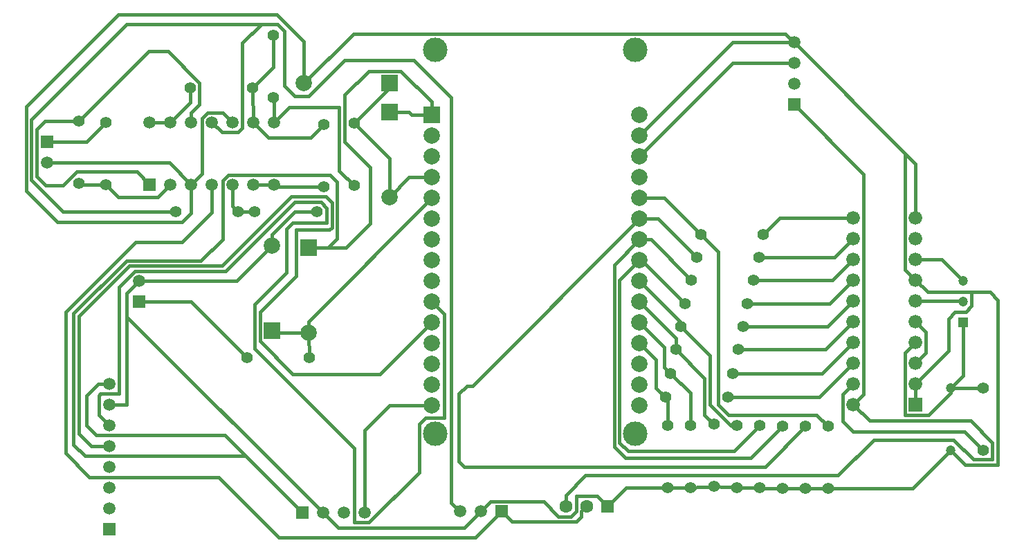
<source format=gbl>
%FSTAX23Y23*%
%MOIN*%
%SFA1B1*%

%IPPOS*%
%ADD10C,0.059055*%
%ADD11R,0.059055X0.059055*%
%ADD12R,0.078740X0.078740*%
%ADD13C,0.078740*%
%ADD14R,0.078740X0.078740*%
%ADD15C,0.055118*%
%ADD16C,0.066000*%
%ADD17R,0.066000X0.066000*%
%ADD18C,0.047244*%
%ADD19R,0.047244X0.047244*%
%ADD20R,0.062992X0.062992*%
%ADD21C,0.062992*%
%ADD22C,0.118110*%
%ADD23R,0.059055X0.059055*%
%ADD24C,0.015748*%
%LNmicro-1*%
%LPD*%
G54D10*
X04715Y-0307D03*
Y-0317D03*
Y-0327D03*
X0221Y-03455D03*
X0211D03*
X0201D03*
X0191D03*
X0181D03*
X0171D03*
X0161D03*
X0221Y-03755D03*
X0211D03*
X0201D03*
X0191D03*
X0181D03*
X0171D03*
X01115Y-0365D03*
X02645Y-05335D03*
X02545D03*
X02445D03*
X01415Y-05315D03*
Y-05215D03*
Y-05115D03*
Y-05015D03*
Y-04915D03*
Y-04815D03*
Y-04715D03*
X0156Y-0422D03*
X03205Y-0533D03*
X03105D03*
G54D11*
X04715Y-0337D03*
X0161Y-03755D03*
X01115Y-0355D03*
X01415Y-05415D03*
X0156Y-0432D03*
G54D12*
X022Y-0446D03*
X02765Y-03404D03*
X02375Y-04059D03*
G54D13*
X02375Y-0447D03*
X02765Y-03815D03*
X0397Y-0432D03*
X0297Y-0372D03*
X0397Y-0412D03*
X0297Y-0382D03*
X02354Y-03265D03*
X0297Y-0352D03*
Y-0362D03*
Y-0392D03*
Y-0402D03*
Y-0412D03*
Y-0422D03*
Y-0432D03*
Y-0442D03*
Y-0452D03*
Y-0462D03*
Y-0472D03*
Y-0482D03*
X0397Y-0342D03*
Y-0352D03*
Y-0362D03*
Y-0372D03*
Y-0382D03*
Y-0392D03*
Y-0402D03*
Y-0422D03*
Y-0442D03*
Y-0452D03*
Y-0462D03*
Y-0472D03*
Y-0482D03*
X022Y-04049D03*
G54D14*
X02765Y-03265D03*
X0297Y-0342D03*
G54D15*
X0238Y-0459D03*
X02595Y-0346D03*
X04145Y-0455D03*
X0433Y-0491D03*
X0419Y-0433D03*
X0455Y-04915D03*
X0488Y-0522D03*
Y-0492D03*
X0477Y-0522D03*
Y-0492D03*
X0466Y-0522D03*
Y-0492D03*
X0455Y-05215D03*
X0444D03*
Y-04915D03*
X0433Y-0521D03*
X04215Y-05215D03*
Y-04915D03*
X04105Y-05215D03*
Y-04915D03*
X04265Y-03995D03*
X04565D03*
X04245Y-04105D03*
X04545D03*
X0422Y-04215D03*
X0452D03*
X0449Y-0433D03*
X0417Y-0444D03*
X0447D03*
X04445Y-0455D03*
X0412Y-04665D03*
X0442D03*
X04095Y-0478D03*
X04395D03*
X02595Y-0376D03*
X0245Y-03465D03*
Y-03765D03*
X02415Y-03885D03*
X02115D03*
X0127Y-0345D03*
Y-0375D03*
X014Y-03755D03*
Y-03455D03*
X02105Y-0329D03*
X01805D03*
X01735Y-03885D03*
X02035D03*
X05625Y-05035D03*
Y-04735D03*
X02205Y-03035D03*
Y-03335D03*
X0208Y-0459D03*
G54D16*
X05Y-04815D03*
Y-04715D03*
Y-04615D03*
Y-04515D03*
Y-04415D03*
Y-04315D03*
Y-04215D03*
Y-04115D03*
Y-04015D03*
Y-03915D03*
X053D03*
Y-04015D03*
Y-04115D03*
Y-04215D03*
Y-04315D03*
Y-04415D03*
Y-04515D03*
Y-04615D03*
Y-04715D03*
G54D17*
X053Y-04815D03*
G54D18*
X0547Y-04735D03*
Y-05035D03*
X0553Y-0422D03*
Y-0432D03*
G54D19*
X0553Y-0442D03*
G54D20*
X03815Y-05304D03*
G54D21*
X03715Y-05304D03*
X03615D03*
G54D22*
X02986Y-04955D03*
X03951D03*
Y-03106D03*
X02986D03*
G54D23*
X02345Y-05335D03*
X03305Y-0533D03*
G54D24*
X05571Y-04273D02*
X05659D01*
X05249Y-03604D02*
X053Y-03655D01*
X04715Y-0307D02*
X05249Y-03604D01*
X01501Y-04391D02*
Y-04278D01*
Y-04814D02*
Y-04391D01*
X02149Y-02981D02*
X02225D01*
X01501D02*
X02149D01*
X02469Y-04059D02*
X02556D01*
X01501Y-04391D02*
X02445Y-05335D01*
X01501Y-04278D02*
X0156Y-0422D01*
X01415Y-04815D02*
X01501Y-04814D01*
X03205Y-0533D02*
X03253Y-05282D01*
X03508*
X0358Y-05354*
X0364*
X03665Y-05329*
Y-05256*
X03665Y-05255*
X03765*
X03815Y-05304*
X04215Y-05215D02*
X04215Y-05215D01*
X0433Y-0521*
X0444Y-05215*
X053Y-03915D02*
Y-03655D01*
X0127Y-0375D02*
X01275Y-03755D01*
X014*
X0211Y-03455D02*
X0211Y-03454D01*
X02105Y-0329D02*
X0211Y-03454D01*
X0221Y-03755D02*
X0222Y-03765D01*
X0245*
X0369Y-05329D02*
X03715Y-05304D01*
X0369Y-05354D02*
Y-05329D01*
X03665Y-0538D02*
X0369Y-05354D01*
X03355Y-0538D02*
X03665D01*
X03305Y-0533D02*
X03355Y-0538D01*
X01194Y-03885D02*
X01735D01*
X01041Y-03732D02*
X01194Y-03885D01*
X01041Y-03732D02*
Y-03441D01*
X01501Y-02981*
X02259Y-03279D02*
X02309Y-03329D01*
X02377D02*
X02551Y-03156D01*
X02556Y-04059D02*
X02674Y-03942D01*
Y-03673*
X02549Y-03548D02*
X02674Y-03673D01*
X02549Y-03548D02*
Y-03322D01*
X02665Y-03207*
X02821*
X0297Y-03356*
Y-0342D02*
Y-03356D01*
X02375Y-04059D02*
X02469D01*
X02514Y-04015*
Y-03742*
X02479Y-03707D02*
X02514Y-03742D01*
X0199Y-03707D02*
X02479D01*
X01962Y-03735D02*
X0199Y-03707D01*
X01962Y-04017D02*
Y-03735D01*
X01857Y-04121D02*
X01962Y-04017D01*
X01498Y-04121D02*
X01857D01*
X01244Y-04375D02*
X01498Y-04121D01*
X01244Y-05009D02*
Y-04375D01*
Y-05009D02*
X01298Y-05063D01*
X02073*
X01353Y-04963D02*
X01973D01*
X01305Y-04915D02*
X01353Y-04963D01*
X02073Y-05063D02*
X02345Y-05335D01*
X01973Y-04963D02*
X02073Y-05063D01*
X01305Y-04915D02*
Y-04773D01*
X01363Y-04715*
X01415*
X05Y-04815D02*
X05078Y-04893D01*
X05565*
X05671Y-04999*
Y-0508D02*
Y-04999D01*
X05579Y-0508D02*
X05671D01*
X05483Y-04985D02*
X05579Y-0508D01*
X05099Y-04985D02*
X05483D01*
X04927Y-05156D02*
X05099Y-04985D01*
X03711Y-05156D02*
X04927D01*
X03615Y-05253D02*
X03711Y-05156D01*
X03615Y-05304D02*
Y-05253D01*
X04105Y-04915D02*
Y-0479D01*
X04095Y-0478D02*
X04105Y-0479D01*
X0297Y-0432D02*
X03028Y-04378D01*
Y-04878D02*
Y-04378D01*
X0294Y-04878D02*
X03028D01*
X02909Y-04909D02*
X0294Y-04878D01*
X02909Y-05141D02*
Y-04909D01*
X02667Y-05382D02*
X02909Y-05141D01*
X02595Y-05382D02*
X02667D01*
X02595D02*
Y-05024D01*
X02116Y-04545D02*
X02595Y-05024D01*
X02116Y-04545D02*
Y-04333D01*
X02269Y-0418*
Y-03969*
X023Y-03938*
X02462*
Y-03867*
X02435Y-03839D02*
X02462Y-03867D01*
X0231Y-03839D02*
X02435D01*
X01977Y-04172D02*
X0231Y-03839D01*
X0154Y-04172D02*
X01977D01*
X01462Y-0425D02*
X0154Y-04172D01*
X01462Y-04762D02*
Y-0425D01*
X01374Y-04762D02*
X01462D01*
X01365Y-04771D02*
X01374Y-04762D01*
X01365Y-04865D02*
Y-04771D01*
Y-04865D02*
X01415Y-04915D01*
X0133Y-05015D02*
X01415D01*
X0127Y-04955D02*
X0133Y-05015D01*
X0127Y-04955D02*
Y-04389D01*
X01512Y-04146*
X0196*
X02293Y-03813*
X0246*
X02488Y-03842*
Y-03961D02*
Y-03842D01*
X02476Y-03973D02*
X02488Y-03961D01*
X02317Y-03973D02*
X02476D01*
X02317Y-04194D02*
Y-03973D01*
X02142Y-04369D02*
X02317Y-04194D01*
X02142Y-04509D02*
Y-04369D01*
Y-04509D02*
X02301Y-04669D01*
X02721*
X0297Y-0442*
X05249Y-04566D02*
X053Y-04515D01*
X05249Y-04865D02*
Y-04566D01*
Y-04865D02*
X05364D01*
X0547Y-0476*
Y-04735*
X04645Y-03915D02*
X05D01*
X04565Y-03995D02*
X04645Y-03915D01*
X04545Y-04105D02*
X0491D01*
X05Y-04015*
X0452Y-04215D02*
X049D01*
X05Y-04115*
X0449Y-0433D02*
X04885D01*
X05Y-04215*
X0447Y-0444D02*
X04875D01*
X05Y-04315*
X04445Y-0455D02*
X04865D01*
X05Y-04415*
X0442Y-04665D02*
X0485D01*
X05Y-04515*
X04395Y-0478D02*
X04835D01*
X05Y-04615*
X05525Y-04315D02*
X0553Y-0432D01*
X053Y-04315D02*
X05525D01*
X0238Y-0459D02*
X0238Y-04589D01*
X02375Y-0447D02*
X0238Y-04589D01*
X0221Y-0447D02*
X02375D01*
X022Y-0446D02*
X0221Y-0447D01*
X03905Y-05215D02*
X04105D01*
X03815Y-05304D02*
X03905Y-05215D01*
X0488Y-0522D02*
X05285D01*
X0547Y-05035*
X04949Y-04766D02*
X05Y-04715D01*
X04949Y-04894D02*
Y-04766D01*
Y-04894D02*
X05Y-04945D01*
X05535*
X05625Y-05035*
X053Y-04215D02*
X05358Y-04273D01*
X05659D02*
X05697Y-04311D01*
Y-05106D02*
Y-04311D01*
X05541Y-05106D02*
X05697D01*
X0547Y-05035D02*
X05541Y-05106D01*
X0156Y-0422D02*
X02029D01*
X022Y-04049*
X02445Y-05335D02*
X02518Y-05408D01*
X03126*
X03205Y-0533*
X022Y-04049D02*
Y-03994D01*
X02309Y-03885*
X02415*
X04105Y-05215D02*
X04215D01*
X0444D02*
X0455D01*
X04555Y-0522*
X0466*
X0477*
X0488*
X05249Y-04164D02*
X053Y-04215D01*
X05249Y-04164D02*
Y-03604D01*
X05358Y-04273D02*
X05571D01*
Y-0434D02*
Y-04273D01*
X05542Y-0437D02*
X05571Y-0434D01*
X0549Y-0437D02*
X05542D01*
X05459Y-04401D02*
X0549Y-0437D01*
X05459Y-04556D02*
Y-04401D01*
X053Y-04715D02*
X05459Y-04556D01*
X053Y-04815D02*
Y-04715D01*
X0442Y-0307D02*
X04715D01*
X0397Y-0352D02*
X0442Y-0307D01*
X04672Y-03027D02*
X04715Y-0307D01*
X02592Y-03027D02*
X04672D01*
X02354Y-03265D02*
X02592Y-03027D01*
X02354Y-03265D02*
Y-03065D01*
X02224Y-02935D02*
X02354Y-03065D01*
X01458Y-02935D02*
X02224D01*
X01015Y-03378D02*
X01458Y-02935D01*
X01015Y-03786D02*
Y-03378D01*
Y-03786D02*
X01165Y-03936D01*
X01765*
X0181Y-03891*
Y-03755*
X01705Y-0365D02*
X0181Y-03755D01*
X01115Y-0365D02*
X01705D01*
X0181Y-03755D02*
X01862Y-03702D01*
Y-03434*
X0189Y-03407*
X01962*
X0201Y-03455*
X04145Y-0455D02*
Y-04495D01*
X0397Y-0432D02*
X04145Y-04495D01*
Y-0455D02*
X04284Y-04689D01*
Y-04864D02*
Y-04689D01*
Y-04864D02*
X0433Y-0491D01*
X04426Y-05039D02*
X0455Y-04915D01*
X03915Y-05039D02*
X04426D01*
X03874Y-04998D02*
X03915Y-05039D01*
X03874Y-04998D02*
Y-04216D01*
X0397Y-0412*
X0398*
X0419Y-0433*
X02645Y-05335D02*
Y-0494D01*
X02765Y-0482*
X0297*
X01115Y-0355D02*
X01305D01*
X014Y-03455*
X0156Y-0432D02*
X0181D01*
X0208Y-0459*
X0221Y-03455D02*
Y-0334D01*
X02205Y-03335D02*
X0221Y-0334D01*
Y-03455D02*
X02282Y-03382D01*
X02522*
X02523Y-03688*
X02595Y-0376*
X014Y-03755D02*
X0146Y-03815D01*
X0165*
X0171Y-03755*
X01107Y-0345D02*
X0127D01*
X01067Y-0349D02*
X01107Y-0345D01*
X01067Y-03715D02*
Y-0349D01*
Y-03715D02*
X0111Y-03758D01*
X01193*
X01258Y-03693*
X01548*
X0161Y-03755*
X0127Y-0345D02*
X01607Y-03113D01*
X01699*
X01851Y-03265*
Y-03367D02*
Y-03265D01*
X0181Y-03408D02*
X01851Y-03367D01*
X0181Y-03455D02*
Y-03408D01*
X0161Y-03455D02*
X0171D01*
X01805Y-0336*
Y-0329*
X0211Y-03455D02*
X02183Y-03528D01*
X02386*
X0245Y-03465*
X02105Y-0329D02*
X02205Y-0319D01*
Y-03035*
X0211Y-03755D02*
X02111Y-03756D01*
X02208*
X0221Y-03755*
X0201Y-0386D02*
X02035Y-03885D01*
X0201Y-0386D02*
Y-03755D01*
X02035Y-03885D02*
X02115D01*
X0318Y-05454D02*
X03305Y-0533D01*
X02233Y-05454D02*
X0318D01*
X01944Y-05164D02*
X02233Y-05454D01*
X0132Y-05164D02*
X01944D01*
X01205Y-0505D02*
X0132Y-05164D01*
X01205Y-0505D02*
Y-0437D01*
X01543Y-04032*
X01765*
X0191Y-03887*
Y-03755*
Y-03455D02*
X01958Y-03503D01*
X02035*
X02057Y-03481*
Y-03072*
X02149Y-02981*
X02225D02*
X02259Y-03015D01*
Y-03279D02*
Y-03015D01*
X02309Y-03329D02*
X02377D01*
X02551Y-03156D02*
X02883D01*
X03064Y-03336*
Y-05289D02*
Y-03336D01*
Y-05289D02*
X03105Y-0533D01*
X02874Y-0342D02*
X0297D01*
X02859Y-03404D02*
X02874Y-0342D01*
X02765Y-03404D02*
X02859D01*
X05Y-04815D02*
X0505Y-04764D01*
Y-03706*
X04715Y-0337D02*
X0505Y-03706D01*
X0405Y-04735D02*
X04095Y-0478D01*
X0405Y-04735D02*
Y-046D01*
X0397Y-0452D02*
X0405Y-046D01*
X04089Y-04634D02*
X0412Y-04665D01*
X04089Y-04634D02*
Y-04539D01*
X0397Y-0442D02*
X04089Y-04539D01*
X0412Y-04665D02*
X04215Y-0476D01*
Y-04915D02*
Y-0476D01*
X0417Y-0444D02*
Y-0442D01*
X0397Y-0422D02*
X0417Y-0442D01*
Y-0444D02*
X0431Y-0458D01*
Y-04816D02*
Y-0458D01*
Y-04816D02*
X04409Y-04915D01*
X0444*
X04507Y-05073D02*
X0466Y-0492D01*
X03903Y-05073D02*
X04507D01*
X03848Y-05018D02*
X03903Y-05073D01*
X03848Y-05018D02*
Y-04142D01*
X0397Y-0402*
X04025*
X0422Y-04215*
X04575Y-05115D02*
X0477Y-0492D01*
X03126Y-05115D02*
X04575D01*
X03101Y-0509D02*
X03126Y-05115D01*
X03101Y-0509D02*
Y-04763D01*
X0314Y-04724*
X03166*
X0397Y-0392*
X0406*
X04245Y-04105*
X0409Y-0382D02*
X04265Y-03995D01*
X0397Y-0382D02*
X0409D01*
X04265Y-03995D02*
X04349Y-04079D01*
Y-04815D02*
Y-04079D01*
Y-04815D02*
X04398Y-04864D01*
X04824*
X0488Y-0492*
X0397Y-0362D02*
X0442Y-0317D01*
X04715*
X0547Y-04735D02*
X05625D01*
X0547D02*
X0553Y-04675D01*
Y-0442*
X053Y-04115D02*
X05425D01*
X0553Y-0422*
X053Y-04615D02*
X05351Y-04564D01*
Y-04466*
X053Y-04415D02*
X05351Y-04466D01*
X02595Y-0346D02*
X02765Y-0363D01*
Y-03815D02*
Y-0363D01*
X02595Y-0346D02*
X02765Y-03289D01*
Y-03265*
X02765Y-03815D02*
X0286Y-0372D01*
X0297*
X02375Y-0447D02*
Y-04415D01*
X0297Y-0382*
M02*
</source>
